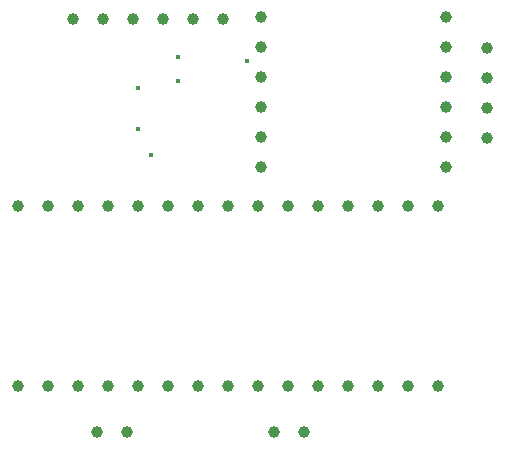
<source format=gbr>
%TF.GenerationSoftware,KiCad,Pcbnew,(6.0.9)*%
%TF.CreationDate,2023-05-28T23:14:14+10:00*%
%TF.ProjectId,SumoNyxPCB2.0,53756d6f-4e79-4785-9043-42322e302e6b,rev?*%
%TF.SameCoordinates,Original*%
%TF.FileFunction,Plated,1,2,PTH,Drill*%
%TF.FilePolarity,Positive*%
%FSLAX46Y46*%
G04 Gerber Fmt 4.6, Leading zero omitted, Abs format (unit mm)*
G04 Created by KiCad (PCBNEW (6.0.9)) date 2023-05-28 23:14:14*
%MOMM*%
%LPD*%
G01*
G04 APERTURE LIST*
%TA.AperFunction,ViaDrill*%
%ADD10C,0.400000*%
%TD*%
%TA.AperFunction,ComponentDrill*%
%ADD11C,1.000000*%
%TD*%
G04 APERTURE END LIST*
D10*
X171867299Y-71617299D03*
X171867299Y-75064500D03*
X173000000Y-77250000D03*
X175250000Y-69000000D03*
X175250000Y-71000000D03*
X181160000Y-69340000D03*
D11*
%TO.C,A1*%
X161740000Y-81620000D03*
X161740000Y-96860000D03*
X164280000Y-81620000D03*
X164280000Y-96860000D03*
%TO.C,J1*%
X166400000Y-65750000D03*
%TO.C,A1*%
X166820000Y-81620000D03*
X166820000Y-96860000D03*
%TO.C,J4*%
X168470000Y-100750000D03*
%TO.C,J1*%
X168940000Y-65750000D03*
%TO.C,A1*%
X169360000Y-81620000D03*
X169360000Y-96860000D03*
%TO.C,J4*%
X171010000Y-100750000D03*
%TO.C,J1*%
X171480000Y-65750000D03*
%TO.C,A1*%
X171900000Y-81620000D03*
X171900000Y-96860000D03*
%TO.C,J1*%
X174020000Y-65750000D03*
%TO.C,A1*%
X174440000Y-81620000D03*
X174440000Y-96860000D03*
%TO.C,J1*%
X176560000Y-65750000D03*
%TO.C,A1*%
X176980000Y-81620000D03*
X176980000Y-96860000D03*
%TO.C,J1*%
X179100000Y-65750000D03*
%TO.C,A1*%
X179520000Y-81620000D03*
X179520000Y-96860000D03*
X182060000Y-81620000D03*
X182060000Y-96860000D03*
%TO.C,U3*%
X182335000Y-65555000D03*
X182335000Y-68095000D03*
X182335000Y-70635000D03*
X182335000Y-73175000D03*
X182335000Y-75715000D03*
X182335000Y-78255000D03*
%TO.C,J2*%
X183460000Y-100750000D03*
%TO.C,A1*%
X184600000Y-81620000D03*
X184600000Y-96860000D03*
%TO.C,J2*%
X186000000Y-100750000D03*
%TO.C,A1*%
X187140000Y-81620000D03*
X187140000Y-96860000D03*
X189680000Y-81620000D03*
X189680000Y-96860000D03*
X192220000Y-81620000D03*
X192220000Y-96860000D03*
X194760000Y-81620000D03*
X194760000Y-96860000D03*
X197300000Y-81620000D03*
X197300000Y-96860000D03*
%TO.C,U3*%
X197975000Y-65565000D03*
X197975000Y-68105000D03*
X197975000Y-70645000D03*
X197975000Y-73185000D03*
X197975000Y-75725000D03*
X197975000Y-78265000D03*
%TO.C,J3*%
X201475000Y-68180000D03*
X201475000Y-70720000D03*
X201475000Y-73260000D03*
X201475000Y-75800000D03*
M02*

</source>
